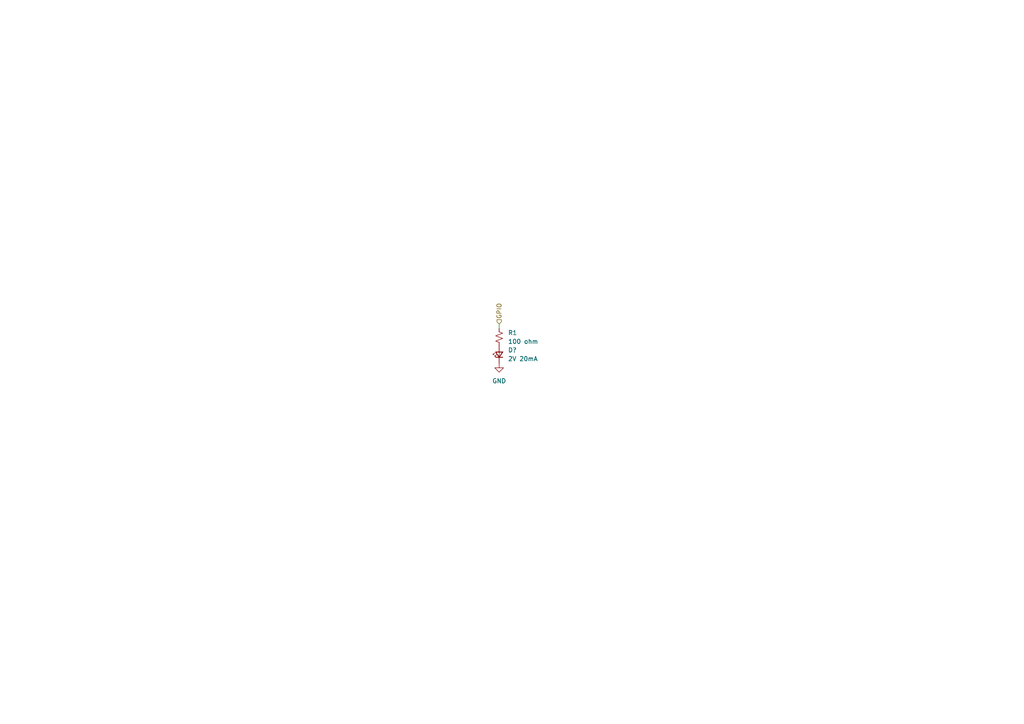
<source format=kicad_sch>
(kicad_sch (version 20230121) (generator eeschema)

  (uuid d25ebb37-f7c6-40d2-a198-62246645e88b)

  (paper "A4")

  (lib_symbols
    (symbol "Device:LED_Small" (pin_numbers hide) (pin_names (offset 0.254) hide) (in_bom yes) (on_board yes)
      (property "Reference" "D" (at -1.27 3.175 0)
        (effects (font (size 1.27 1.27)) (justify left))
      )
      (property "Value" "LED_Small" (at -4.445 -2.54 0)
        (effects (font (size 1.27 1.27)) (justify left))
      )
      (property "Footprint" "" (at 0 0 90)
        (effects (font (size 1.27 1.27)) hide)
      )
      (property "Datasheet" "~" (at 0 0 90)
        (effects (font (size 1.27 1.27)) hide)
      )
      (property "ki_keywords" "LED diode light-emitting-diode" (at 0 0 0)
        (effects (font (size 1.27 1.27)) hide)
      )
      (property "ki_description" "Light emitting diode, small symbol" (at 0 0 0)
        (effects (font (size 1.27 1.27)) hide)
      )
      (property "ki_fp_filters" "LED* LED_SMD:* LED_THT:*" (at 0 0 0)
        (effects (font (size 1.27 1.27)) hide)
      )
      (symbol "LED_Small_0_1"
        (polyline
          (pts
            (xy -0.762 -1.016)
            (xy -0.762 1.016)
          )
          (stroke (width 0.254) (type default))
          (fill (type none))
        )
        (polyline
          (pts
            (xy 1.016 0)
            (xy -0.762 0)
          )
          (stroke (width 0) (type default))
          (fill (type none))
        )
        (polyline
          (pts
            (xy 0.762 -1.016)
            (xy -0.762 0)
            (xy 0.762 1.016)
            (xy 0.762 -1.016)
          )
          (stroke (width 0.254) (type default))
          (fill (type none))
        )
        (polyline
          (pts
            (xy 0 0.762)
            (xy -0.508 1.27)
            (xy -0.254 1.27)
            (xy -0.508 1.27)
            (xy -0.508 1.016)
          )
          (stroke (width 0) (type default))
          (fill (type none))
        )
        (polyline
          (pts
            (xy 0.508 1.27)
            (xy 0 1.778)
            (xy 0.254 1.778)
            (xy 0 1.778)
            (xy 0 1.524)
          )
          (stroke (width 0) (type default))
          (fill (type none))
        )
      )
      (symbol "LED_Small_1_1"
        (pin passive line (at -2.54 0 0) (length 1.778)
          (name "K" (effects (font (size 1.27 1.27))))
          (number "1" (effects (font (size 1.27 1.27))))
        )
        (pin passive line (at 2.54 0 180) (length 1.778)
          (name "A" (effects (font (size 1.27 1.27))))
          (number "2" (effects (font (size 1.27 1.27))))
        )
      )
    )
    (symbol "Device:R_Small_US" (pin_numbers hide) (pin_names (offset 0.254) hide) (in_bom yes) (on_board yes)
      (property "Reference" "R" (at 0.762 0.508 0)
        (effects (font (size 1.27 1.27)) (justify left))
      )
      (property "Value" "R_Small_US" (at 0.762 -1.016 0)
        (effects (font (size 1.27 1.27)) (justify left))
      )
      (property "Footprint" "" (at 0 0 0)
        (effects (font (size 1.27 1.27)) hide)
      )
      (property "Datasheet" "~" (at 0 0 0)
        (effects (font (size 1.27 1.27)) hide)
      )
      (property "ki_keywords" "r resistor" (at 0 0 0)
        (effects (font (size 1.27 1.27)) hide)
      )
      (property "ki_description" "Resistor, small US symbol" (at 0 0 0)
        (effects (font (size 1.27 1.27)) hide)
      )
      (property "ki_fp_filters" "R_*" (at 0 0 0)
        (effects (font (size 1.27 1.27)) hide)
      )
      (symbol "R_Small_US_1_1"
        (polyline
          (pts
            (xy 0 0)
            (xy 1.016 -0.381)
            (xy 0 -0.762)
            (xy -1.016 -1.143)
            (xy 0 -1.524)
          )
          (stroke (width 0) (type default))
          (fill (type none))
        )
        (polyline
          (pts
            (xy 0 1.524)
            (xy 1.016 1.143)
            (xy 0 0.762)
            (xy -1.016 0.381)
            (xy 0 0)
          )
          (stroke (width 0) (type default))
          (fill (type none))
        )
        (pin passive line (at 0 2.54 270) (length 1.016)
          (name "~" (effects (font (size 1.27 1.27))))
          (number "1" (effects (font (size 1.27 1.27))))
        )
        (pin passive line (at 0 -2.54 90) (length 1.016)
          (name "~" (effects (font (size 1.27 1.27))))
          (number "2" (effects (font (size 1.27 1.27))))
        )
      )
    )
    (symbol "power:GND" (power) (pin_names (offset 0)) (in_bom yes) (on_board yes)
      (property "Reference" "#PWR" (at 0 -6.35 0)
        (effects (font (size 1.27 1.27)) hide)
      )
      (property "Value" "GND" (at 0 -3.81 0)
        (effects (font (size 1.27 1.27)))
      )
      (property "Footprint" "" (at 0 0 0)
        (effects (font (size 1.27 1.27)) hide)
      )
      (property "Datasheet" "" (at 0 0 0)
        (effects (font (size 1.27 1.27)) hide)
      )
      (property "ki_keywords" "global power" (at 0 0 0)
        (effects (font (size 1.27 1.27)) hide)
      )
      (property "ki_description" "Power symbol creates a global label with name \"GND\" , ground" (at 0 0 0)
        (effects (font (size 1.27 1.27)) hide)
      )
      (symbol "GND_0_1"
        (polyline
          (pts
            (xy 0 0)
            (xy 0 -1.27)
            (xy 1.27 -1.27)
            (xy 0 -2.54)
            (xy -1.27 -1.27)
            (xy 0 -1.27)
          )
          (stroke (width 0) (type default))
          (fill (type none))
        )
      )
      (symbol "GND_1_1"
        (pin power_in line (at 0 0 270) (length 0) hide
          (name "GND" (effects (font (size 1.27 1.27))))
          (number "1" (effects (font (size 1.27 1.27))))
        )
      )
    )
  )


  (wire (pts (xy 144.78 93.98) (xy 144.78 95.25))
    (stroke (width 0) (type default))
    (uuid 28382f3f-7038-4b82-bc31-867bfd62565a)
  )

  (hierarchical_label "GPIO" (shape input) (at 144.78 93.98 90) (fields_autoplaced)
    (effects (font (size 1.27 1.27)) (justify left))
    (uuid feba912a-192c-433b-a141-4b53a7633f18)
  )

  (symbol (lib_id "power:GND") (at 144.78 105.41 0) (unit 1)
    (in_bom yes) (on_board yes) (dnp no) (fields_autoplaced)
    (uuid 11ddaff9-496f-40f3-87dd-02de3937ed82)
    (property "Reference" "#PWR?" (at 144.78 111.76 0)
      (effects (font (size 1.27 1.27)) hide)
    )
    (property "Value" "GND" (at 144.78 110.49 0)
      (effects (font (size 1.27 1.27)))
    )
    (property "Footprint" "" (at 144.78 105.41 0)
      (effects (font (size 1.27 1.27)) hide)
    )
    (property "Datasheet" "" (at 144.78 105.41 0)
      (effects (font (size 1.27 1.27)) hide)
    )
    (pin "1" (uuid f4834676-70b2-42c4-9828-d9a9c9420397))
    (instances
      (project "micromouse"
        (path "/77cbf270-6b61-4f1a-b1cd-1a823bc4a9d0"
          (reference "#PWR?") (unit 1)
        )
        (path "/77cbf270-6b61-4f1a-b1cd-1a823bc4a9d0/22fc5943-d35f-4cae-bd7a-e9c2d3f0acc0"
          (reference "#PWR05") (unit 1)
        )
        (path "/77cbf270-6b61-4f1a-b1cd-1a823bc4a9d0/c4f0a74e-3ee2-4c6f-8c2d-57efc1193865"
          (reference "#PWR06") (unit 1)
        )
      )
    )
  )

  (symbol (lib_id "Device:R_Small_US") (at 144.78 97.79 180) (unit 1)
    (in_bom yes) (on_board yes) (dnp no) (fields_autoplaced)
    (uuid 72f44d8a-2a0b-4c99-b263-7fe9fc970430)
    (property "Reference" "R1" (at 147.32 96.52 0)
      (effects (font (size 1.27 1.27)) (justify right))
    )
    (property "Value" "100 ohm" (at 147.32 99.06 0)
      (effects (font (size 1.27 1.27)) (justify right))
    )
    (property "Footprint" "Resistor_SMD:R_0603_1608Metric" (at 144.78 97.79 0)
      (effects (font (size 1.27 1.27)) hide)
    )
    (property "Datasheet" "~" (at 144.78 97.79 0)
      (effects (font (size 1.27 1.27)) hide)
    )
    (pin "2" (uuid 3ce60ef7-696e-446b-8aa6-b10227d63f91))
    (pin "1" (uuid 94a1c1a3-dc3f-41f6-a2f9-52bbc8fe0158))
    (instances
      (project "temp"
        (path "/4ab6c597-c995-4ded-b4e9-3fe49657a9f7"
          (reference "R1") (unit 1)
        )
      )
      (project "micromouse"
        (path "/77cbf270-6b61-4f1a-b1cd-1a823bc4a9d0"
          (reference "R?") (unit 1)
        )
        (path "/77cbf270-6b61-4f1a-b1cd-1a823bc4a9d0/cf9a1018-f024-4f3e-aaf6-05bf8a1e7d4b"
          (reference "R4") (unit 1)
        )
        (path "/77cbf270-6b61-4f1a-b1cd-1a823bc4a9d0/22fc5943-d35f-4cae-bd7a-e9c2d3f0acc0"
          (reference "R3") (unit 1)
        )
        (path "/77cbf270-6b61-4f1a-b1cd-1a823bc4a9d0/c4f0a74e-3ee2-4c6f-8c2d-57efc1193865"
          (reference "R5") (unit 1)
        )
      )
    )
  )

  (symbol (lib_id "Device:LED_Small") (at 144.78 102.87 90) (unit 1)
    (in_bom yes) (on_board yes) (dnp no) (fields_autoplaced)
    (uuid 854f795f-f99a-4b15-9b71-6ad3caf4d88c)
    (property "Reference" "D?" (at 147.32 101.5365 90)
      (effects (font (size 1.27 1.27)) (justify right))
    )
    (property "Value" "2V 20mA" (at 147.32 104.0765 90)
      (effects (font (size 1.27 1.27)) (justify right))
    )
    (property "Footprint" "LED_SMD:LED_0603_1608Metric" (at 144.78 102.87 90)
      (effects (font (size 1.27 1.27)) hide)
    )
    (property "Datasheet" "~" (at 144.78 102.87 90)
      (effects (font (size 1.27 1.27)) hide)
    )
    (pin "2" (uuid 42a348e6-635c-4fe2-bdd9-afcbc9dd9d1e))
    (pin "1" (uuid fbfe253c-8d64-48e1-a7ca-e9d807db9655))
    (instances
      (project "micromouse"
        (path "/77cbf270-6b61-4f1a-b1cd-1a823bc4a9d0"
          (reference "D?") (unit 1)
        )
        (path "/77cbf270-6b61-4f1a-b1cd-1a823bc4a9d0/22fc5943-d35f-4cae-bd7a-e9c2d3f0acc0"
          (reference "D2") (unit 1)
        )
        (path "/77cbf270-6b61-4f1a-b1cd-1a823bc4a9d0/c4f0a74e-3ee2-4c6f-8c2d-57efc1193865"
          (reference "D3") (unit 1)
        )
      )
    )
  )
)

</source>
